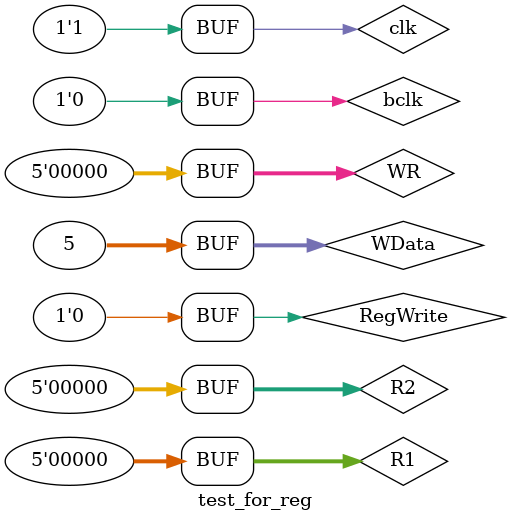
<source format=v>
`timescale 1ns / 1ps


module test_for_reg;

	// Inputs
	reg clk;
	reg bclk;
	reg RegWrite;
	reg [4:0] R1;
	reg [4:0] R2;
	reg [4:0] WR;
	reg [31:0] WData;

	// Outputs
	wire [31:0] RData1;
	wire [31:0] RData2;
	wire [1023:0] Check;

	// Instantiate the Unit Under Test (UUT)
	Reg uut (
		.clk(clk), 
		.bclk(bclk), 
		.RegWrite(RegWrite), 
		.R1(R1), 
		.R2(R2), 
		.WR(WR), 
		.WData(WData), 
		.RData1(RData1), 
		.RData2(RData2), 
		.Check(Check)
	);

	initial begin
		// Initialize Inputs
		clk = 0;
		bclk = 0;
		RegWrite = 0;
		R1 = 'b0000;
		R2 = 0;
		WR = 0;
		WData = 0;

		// Wait 100 ns for global reset to finish
		#100;
      WR=4'b0000;
		WData=32'b101;
		#10;
		RegWrite=1;
		#5;
		RegWrite=0;
		// Add stimulus here

	end
	always 
   begin
	   clk=0;
		#1;
		clk=1;
		#1;
   end   
      
endmodule


</source>
